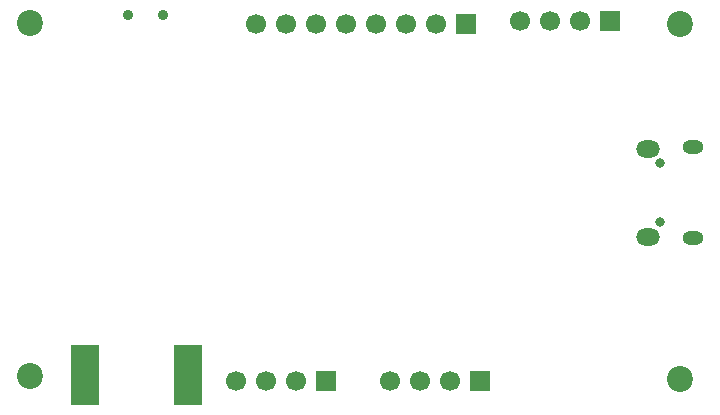
<source format=gbr>
%TF.GenerationSoftware,KiCad,Pcbnew,9.0.3*%
%TF.CreationDate,2025-09-24T15:40:22-07:00*%
%TF.ProjectId,linklet,6c696e6b-6c65-4742-9e6b-696361645f70,rev?*%
%TF.SameCoordinates,Original*%
%TF.FileFunction,Soldermask,Bot*%
%TF.FilePolarity,Negative*%
%FSLAX46Y46*%
G04 Gerber Fmt 4.6, Leading zero omitted, Abs format (unit mm)*
G04 Created by KiCad (PCBNEW 9.0.3) date 2025-09-24 15:40:22*
%MOMM*%
%LPD*%
G01*
G04 APERTURE LIST*
%ADD10R,1.700000X1.700000*%
%ADD11C,1.700000*%
%ADD12C,2.200000*%
%ADD13O,0.800000X0.800000*%
%ADD14O,1.800000X1.150000*%
%ADD15O,2.000000X1.450000*%
%ADD16C,0.900000*%
%ADD17R,2.420000X5.080000*%
G04 APERTURE END LIST*
D10*
%TO.C,J7*%
X95890000Y-82000000D03*
D11*
X93350000Y-82000000D03*
X90810000Y-82000000D03*
X88270000Y-82000000D03*
X85730000Y-82000000D03*
X83190000Y-82000000D03*
X80650000Y-82000000D03*
X78110000Y-82000000D03*
%TD*%
D12*
%TO.C,H4*%
X59000000Y-111800000D03*
%TD*%
D13*
%TO.C,J1*%
X112345000Y-98740000D03*
X112345000Y-93740000D03*
D14*
X115095000Y-100115000D03*
D15*
X111295000Y-99965000D03*
X111295000Y-92515000D03*
D14*
X115095000Y-92365000D03*
%TD*%
D10*
%TO.C,J2*%
X108120000Y-81750000D03*
D11*
X105580000Y-81750000D03*
X103040000Y-81750000D03*
X100500000Y-81750000D03*
%TD*%
D16*
%TO.C,SW1*%
X70250000Y-81200000D03*
X67250000Y-81200000D03*
%TD*%
D17*
%TO.C,J6*%
X63620000Y-111700000D03*
X72380000Y-111700000D03*
%TD*%
D10*
%TO.C,J4*%
X84080000Y-112200000D03*
D11*
X81540000Y-112200000D03*
X79000000Y-112200000D03*
X76460000Y-112200000D03*
%TD*%
D12*
%TO.C,H1*%
X114000000Y-82000000D03*
%TD*%
%TO.C,H3*%
X59000000Y-81900000D03*
%TD*%
%TO.C,H2*%
X114000000Y-112000000D03*
%TD*%
D10*
%TO.C,J3*%
X97120000Y-112200000D03*
D11*
X94580000Y-112200000D03*
X92040000Y-112200000D03*
X89500000Y-112200000D03*
%TD*%
M02*

</source>
